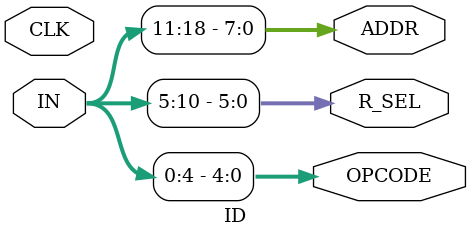
<source format=v>
`timescale 1ns / 1ps

module ID( // instruction Decoder
    input CLK,
    input [0:18]IN,
    output reg [4:0]OPCODE,
    output reg [5:0]R_SEL,
    output reg [7:0]ADDR
    );

    always @(*)begin
    OPCODE = IN[0:4];
    R_SEL =  IN[5:10];
    ADDR = IN[11:18];
    end
    
endmodule

</source>
